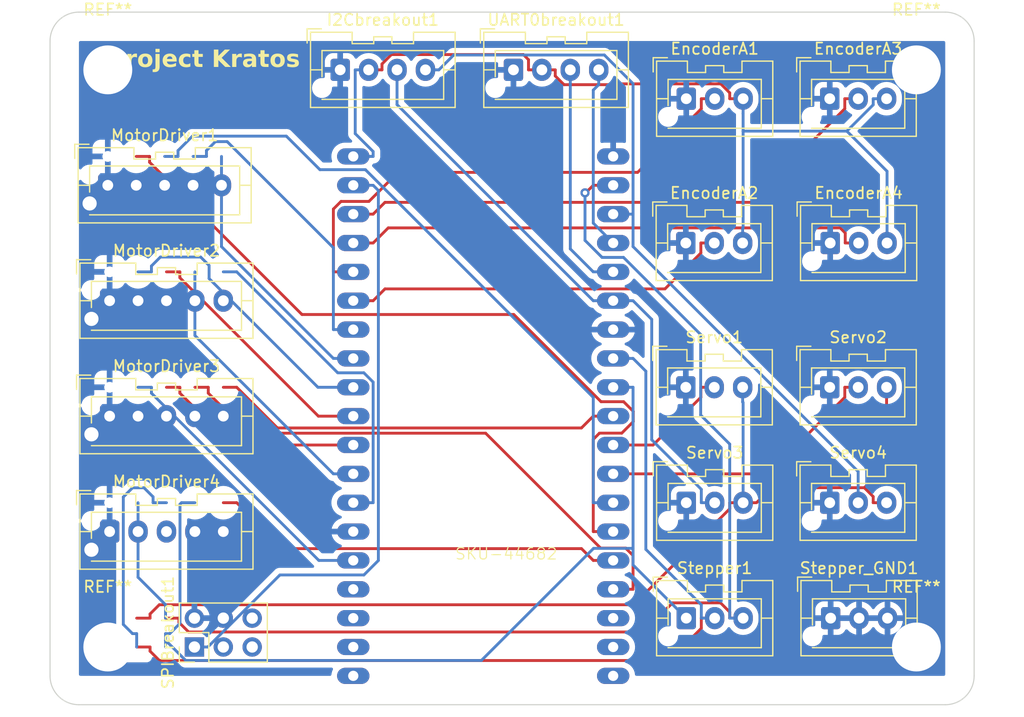
<source format=kicad_pcb>
(kicad_pcb (version 20221018) (generator pcbnew)
  (layers (0 "F.Cu" signal) (31 "B.Cu" signal) (34 "B.Paste" user) (35 "F.Paste" user) (36 "B.SilkS" user "B.Silkscreen") (37 "F.SilkS" user "F.Silkscreen") (38 "B.Mask" user) (39 "F.Mask" user) (44 "Edge.Cuts" user))
  (net 0 "")
  (net 1 "VCCQ")
  (net 2 "servo3")
  (net 3 "Net-(MotorDriver1-Pin_4)")
  (net 4 "servo4")
  (net 5 "Net-(MotorDriver1-Pin_5)")
  (net 6 "Net-(MotorDriver2-Pin_2)")
  (net 7 "Net-(MotorDriver2-Pin_3)")
  (net 8 "Net-(MotorDriver2-Pin_4)")
  (net 9 "Net-(MotorDriver2-Pin_5)")
  (net 10 "Net-(MotorDriver3-Pin_2)")
  (net 11 "m4_4")
  (net 12 "Net-(MotorDriver3-Pin_3)")
  (net 13 "Net-(MotorDriver3-Pin_4)")
  (net 15 "Net-(MotorDriver3-Pin_5)")
  (net 18 "Net-(Servo1-Pin_2)")
  (net 19 "VCC")
  (net 20 "Net-(Servo2-Pin_2)")
  (net 24 "Net-(UART0breakout1-Pin_3)")
  (net 25 "Net-(UART0breakout1-Pin_4)")
  (net 27 "GND")
  (net 28 "SPI_SCK")
  (net 29 "SPI_MISO")
  (net 30 "SPI_MOSI")
  (net 31 "SPI_RST")
  (net 32 "a_in_1")
  (net 33 "a_in_2")
  (net 34 "a_in_3")
  (net 35 "a_in_4")
  (net 36 "m1_1")
  (net 37 "m1_2")
  (footprint "Connector_JST:JST_XA_B03B-XASK-1-A_1x03_P2.50mm_Vertical" (layer "F.Cu") (at 104.18 99.06)
    (fp_text reference "Servo1" (at 2.5 -4.4) (layer "F.SilkS"))
    (fp_text value "Servo1")
    (pad "" np_thru_hole circle (at -1.6 1.6) (size 1.25 1.25) (drill 1.25) (layers "*.Cu" "*.Mask"))
    (pad "1" thru_hole roundrect (at 0 0) (size 1.7 1.95) (drill 0.95) (layers "*.Cu" "*.Mask") (roundrect_rratio 0.147059) (net 27 "GND"))
    (pad "2" thru_hole oval (at 2.5 0) (size 1.7 1.95) (drill 0.95) (layers "*.Cu" "*.Mask") (net 18 "Net-(Servo1-Pin_2)"))
    (pad "3" thru_hole oval (at 5 0) (size 1.7 1.95) (drill 0.95) (layers "*.Cu" "*.Mask") (net 19 "VCC"))
  )
  (footprint "Connector_JST:JST_XA_B03B-XASK-1-A_1x03_P2.50mm_Vertical" (layer "F.Cu") (at 104.22 73.66)
    (fp_text reference "EncoderA1" (at 2.5 -4.4) (layer "F.SilkS"))
    (fp_text value "Encoder Input 1")
    (pad "" np_thru_hole circle (at -1.6 1.6) (size 1.25 1.25) (drill 1.25) (layers "*.Cu" "*.Mask"))
    (pad "1" thru_hole roundrect (at 0 0) (size 1.7 1.95) (drill 0.95) (layers "*.Cu" "*.Mask") (roundrect_rratio 0.147059) (net 27 "GND"))
    (pad "2" thru_hole oval (at 2.5 0) (size 1.7 1.95) (drill 0.95) (layers "*.Cu" "*.Mask") (net 32 "a_in_1"))
    (pad "3" thru_hole oval (at 5 0) (size 1.7 1.95) (drill 0.95) (layers "*.Cu" "*.Mask") (net 1 "VCCQ"))
  )
  (footprint "Connector_JST:JST_XA_B03B-XASK-1-A_1x03_P2.50mm_Vertical" (layer "F.Cu") (at 104.18 86.36)
    (fp_text reference "EncoderA2" (at 2.5 -4.4) (layer "F.SilkS"))
    (fp_text value "Encoder Input 2")
    (pad "" np_thru_hole circle (at -1.6 1.6) (size 1.25 1.25) (drill 1.25) (layers "*.Cu" "*.Mask"))
    (pad "1" thru_hole roundrect (at 0 0) (size 1.7 1.95) (drill 0.95) (layers "*.Cu" "*.Mask") (roundrect_rratio 0.147059) (net 27 "GND"))
    (pad "2" thru_hole oval (at 2.5 0) (size 1.7 1.95) (drill 0.95) (layers "*.Cu" "*.Mask") (net 33 "a_in_2"))
    (pad "3" thru_hole oval (at 5 0) (size 1.7 1.95) (drill 0.95) (layers "*.Cu" "*.Mask") (net 1 "VCCQ"))
  )
  (footprint "Connector_JST:JST_XA_B03B-XASK-1-A_1x03_P2.50mm_Vertical" (layer "F.Cu") (at 104.22 119.38)
    (fp_text reference "Stepper1" (at 2.5 -4.4) (layer "F.SilkS"))
    (fp_text value "Stepper Connection")
    (pad "" np_thru_hole circle (at -1.6 1.6) (size 1.25 1.25) (drill 1.25) (layers "*.Cu" "*.Mask"))
    (pad "1" thru_hole roundrect (at 0 0) (size 1.7 1.95) (drill 0.95) (layers "*.Cu" "*.Mask") (roundrect_rratio 0.147059) (net 28 "SPI_SCK"))
    (pad "2" thru_hole oval (at 2.5 0) (size 1.7 1.95) (drill 0.95) (layers "*.Cu" "*.Mask") (net 29 "SPI_MISO"))
    (pad "3" thru_hole oval (at 5 0) (size 1.7 1.95) (drill 0.95) (layers "*.Cu" "*.Mask") (net 30 "SPI_MOSI"))
  )
  (footprint "Connector_JST:JST_XA_B03B-XASK-1-A_1x03_P2.50mm_Vertical" (layer "F.Cu") (at 116.88 86.36)
    (fp_text reference "EncoderA4" (at 2.5 -4.4) (layer "F.SilkS"))
    (fp_text value "Encoder Input 4")
    (pad "" np_thru_hole circle (at -1.6 1.6) (size 1.25 1.25) (drill 1.25) (layers "*.Cu" "*.Mask"))
    (pad "1" thru_hole roundrect (at 0 0) (size 1.7 1.95) (drill 0.95) (layers "*.Cu" "*.Mask") (roundrect_rratio 0.147059) (net 27 "GND"))
    (pad "2" thru_hole oval (at 2.5 0) (size 1.7 1.95) (drill 0.95) (layers "*.Cu" "*.Mask") (net 35 "a_in_4"))
    (pad "3" thru_hole oval (at 5 0) (size 1.7 1.95) (drill 0.95) (layers "*.Cu" "*.Mask") (net 1 "VCCQ"))
  )
  (footprint "Connector_JST:JST_XA_B03B-XASK-1-A_1x03_P2.50mm_Vertical" (layer "F.Cu") (at 116.92 119.38)
    (fp_text reference "Stepper_GND1" (at 2.5 -4.4) (layer "F.SilkS"))
    (fp_text value "Stepper Ground Pins")
    (pad "" np_thru_hole circle (at -1.6 1.6) (size 1.25 1.25) (drill 1.25) (layers "*.Cu" "*.Mask"))
    (pad "1" thru_hole roundrect (at 0 0) (size 1.7 1.95) (drill 0.95) (layers "*.Cu" "*.Mask") (roundrect_rratio 0.147059) (net 27 "GND"))
    (pad "2" thru_hole oval (at 2.5 0) (size 1.7 1.95) (drill 0.95) (layers "*.Cu" "*.Mask") (net 27 "GND"))
    (pad "3" thru_hole oval (at 5 0) (size 1.7 1.95) (drill 0.95) (layers "*.Cu" "*.Mask") (net 27 "GND"))
  )
  (footprint "Connector_PinHeader_2.54mm:PinHeader_2x03_P2.54mm_Vertical" (layer "F.Cu") (at 60.96 121.92 90)
    (fp_text reference "SPIBreakout1" (at 1.27 -2.33 90) (layer "F.SilkS"))
    (fp_text value "SPI pins breakout")
    (pad "1" thru_hole rect (at 0 0 90) (size 1.7 1.7) (drill 1) (layers "*.Cu" "*.Mask") (net 29 "SPI_MISO"))
    (pad "2" thru_hole oval (at 2.54 0 90) (size 1.7 1.7) (drill 1) (layers "*.Cu" "*.Mask") (net 19 "VCC"))
    (pad "3" thru_hole oval (at 0 2.54 90) (size 1.7 1.7) (drill 1) (layers "*.Cu" "*.Mask") (net 28 "SPI_SCK"))
    (pad "4" thru_hole oval (at 2.54 2.54 90) (size 1.7 1.7) (drill 1) (layers "*.Cu" "*.Mask") (net 30 "SPI_MOSI"))
    (pad "5" thru_hole oval (at 0 5.08 90) (size 1.7 1.7) (drill 1) (layers "*.Cu" "*.Mask") (net 31 "SPI_RST"))
    (pad "6" thru_hole oval (at 2.54 5.08 90) (size 1.7 1.7) (drill 1) (layers "*.Cu" "*.Mask") (net 27 "GND"))
  )
  (footprint "MountingHole:MountingHole_4.3mm_M4" (layer "F.Cu") (at 124.46 121.92)
    (fp_text reference "REF**" (at 0 -5.3) (layer "F.SilkS"))
    (fp_text value "MountingHole_4.3mm_M4")
    (pad "" np_thru_hole circle (at 0 0) (size 4.3 4.3) (drill 4.3) (layers "*.Cu" "*.Mask"))
  )
  (footprint "MountingHole:MountingHole_4.3mm_M4" (layer "F.Cu") (at 53.34 121.92)
    (fp_text reference "REF**" (at 0 -5.3) (layer "F.SilkS"))
    (fp_text value "MountingHole_4.3mm_M4")
    (pad "" np_thru_hole circle (at 0 0) (size 4.3 4.3) (drill 4.3) (layers "*.Cu" "*.Mask"))
  )
  (footprint "MountingHole:MountingHole_4.3mm_M4" (layer "F.Cu") (at 124.46 71.12)
    (fp_text reference "REF**" (at 0 -5.3) (layer "F.SilkS"))
    (fp_text value "MountingHole_4.3mm_M4")
    (pad "" np_thru_hole circle (at 0 0) (size 4.3 4.3) (drill 4.3) (layers "*.Cu" "*.Mask"))
  )
  (footprint "NODEMCU32S:NODEMCU32S" (layer "F.Cu") (at 86.36 100.33)
    (fp_text reference "U1" hide)
    (fp_text value "NODEMCU32S")
    (fp_text user "SKU-44682" (at -2.54 13.97 unlocked) (layer "F.SilkS") (effects (font (thickness 0.1)) (justify left bottom)))
    (pad "3V3" thru_hole oval (at -11.43 -21.59) (size 2.8448 1.4224) (drill 0.9) (layers "*.Cu" "*.Mask") (net 1 "VCCQ"))
    (pad "EN" thru_hole oval (at -11.43 -19.05) (size 2.8448 1.4224) (drill 0.9) (layers "*.Cu" "*.Mask") (net 31 "SPI_RST"))
    (pad "GND@1" thru_hole oval (at -11.43 11.43) (size 2.8448 1.4224) (drill 0.9) (layers "*.Cu" "*.Mask") (net 27 "GND"))
    (pad "GND@2" thru_hole oval (at 11.43 -21.59) (size 2.8448 1.4224) (drill 0.9) (layers "*.Cu" "*.Mask") (net 27 "GND"))
    (pad "GND@3" thru_hole oval (at 11.43 -6.35) (size 2.8448 1.4224) (drill 0.9) (layers "*.Cu" "*.Mask") (net 27 "GND"))
    (pad "GPIO0" thru_hole oval (at 11.43 11.43) (size 2.8448 1.4224) (drill 0.9) (layers "*.Cu" "*.Mask") (net 36 "m1_1"))
    (pad "GPIO2" thru_hole oval (at 11.43 13.97) (size 2.8448 1.4224) (drill 0.9) (layers "*.Cu" "*.Mask") (net 11 "m4_4"))
    (pad "GPIO4" thru_hole oval (at 11.43 8.89) (size 2.8448 1.4224) (drill 0.9) (layers "*.Cu" "*.Mask") (net 37 "m1_2"))
    (pad "GPIO5" thru_hole oval (at 11.43 1.27) (size 2.8448 1.4224) (drill 0.9) (layers "*.Cu" "*.Mask") (net 15 "Net-(MotorDriver3-Pin_5)"))
    (pad "GPIO6" thru_hole oval (at 11.43 24.13) (size 2.8448 1.4224) (drill 0.9) (layers "*.Cu" "*.Mask"))
    (pad "GPIO7" thru_hole oval (at 11.43 21.59) (size 2.8448 1.4224) (drill 0.9) (layers "*.Cu" "*.Mask"))
    (pad "GPIO8" thru_hole oval (at 11.43 19.05) (size 2.8448 1.4224) (drill 0.9) (layers "*.Cu" "*.Mask"))
    (pad "GPIO9" thru_hole oval (at -11.43 16.51) (size 2.8448 1.4224) (drill 0.9) (layers "*.Cu" "*.Mask"))
    (pad "GPIO10" thru_hole oval (at -11.43 19.05) (size 2.8448 1.4224) (drill 0.9) (layers "*.Cu" "*.Mask"))
    (pad "GPIO11" thru_hole oval (at -11.43 21.59) (size 2.8448 1.4224) (drill 0.9) (layers "*.Cu" "*.Mask"))
    (pad "GPIO12" thru_hole oval (at -11.43 8.89) (size 2.8448 1.4224) (drill 0.9) (layers "*.Cu" "*.Mask") (net 9 "Net-(MotorDriver2-Pin_5)"))
    (pad "GPIO13" thru_hole oval (at -11.43 13.97) (size 2.8448 1.4224) (drill 0.9) (layers "*.Cu" "*.Mask") (net 10 "Net-(MotorDriver3-Pin_2)"))
    (pad "GPIO14" thru_hole oval (at -11.43 6.35) (size 2.8448 1.4224) (drill 0.9) (layers "*.Cu" "*.Mask") (net 8 "Net-(MotorDriver2-Pin_4)"))
    (pad "GPIO15" thru_hole oval (at 11.43 16.51) (size 2.8448 1.4224) (drill 0.9) (layers "*.Cu" "*.Mask") (net 13 "Net-(MotorDriver3-Pin_4)"))
    (pad "GPIO16" thru_hole oval (at 11.43 6.35) (size 2.8448 1.4224) (drill 0.9) (layers "*.Cu" "*.Mask") (net 20 "Net-(Servo2-Pin_2)"))
    (pad "GPIO17" thru_hole oval (at 11.43 3.81) (size 2.8448 1.4224) (drill 0.9) (layers "*.Cu" "*.Mask") (net 18 "Net-(Servo1-Pin_2)"))
    (pad "GPIO18" thru_hole oval (at 11.43 -1.27) (size 2.8448 1.4224) (drill 0.9) (layers "*.Cu" "*.Mask") (net 28 "SPI_SCK"))
    (pad "GPIO19" thru_hole oval (at 11.43 -3.81) (size 2.8448 1.4224) (drill 0.9) (layers "*.Cu" "*.Mask") (net 29 "SPI_MISO"))
    (pad "GPIO21" thru_hole oval (at 11.43 -8.89) (size 2.8448 1.4224) (drill 0.9) (layers "*.Cu" "*.Mask") (net 2 "servo3"))
    (pad "GPIO22" thru_hole oval (at 11.43 -16.51) (size 2.8448 1.4224) (drill 0.9) (layers "*.Cu" "*.Mask") (net 4 "servo4"))
    (pad "GPIO23" thru_hole oval (at 11.43 -19.05) (size 2.8448 1.4224) (drill 0.9) (layers "*.Cu" "*.Mask") (net 30 "SPI_MOSI"))
    (pad "GPIO25" thru_hole oval (at -11.43 -1.27) (size 2.8448 1.4224) (drill 0.9) (layers "*.Cu" "*.Mask") (net 6 "Net-(MotorDriver2-Pin_2)"))
    (pad "GPIO26" thru_hole oval (at -11.43 1.27) (size 2.8448 1.4224) (drill 0.9) (layers "*.Cu" "*.Mask") (net 7 "Net-(MotorDriver2-Pin_3)"))
    (pad "GPIO27" thru_hole oval (at -11.43 3.81) (size 2.8448 1.4224) (drill 0.9) (layers "*.Cu" "*.Mask") (net 12 "Net-(MotorDriver3-Pin_3)"))
    (pad "GPIO32" thru_hole oval (at -11.43 -6.35) (size 2.8448 1.4224) (drill 0.9) (layers "*.Cu" "*.Mask") (net 3 "Net-(MotorDriver1-Pin_4)"))
    (pad "GPIO33" thru_hole oval (at -11.43 -3.81) (size 2.8448 1.4224) (drill 0.9) (layers "*.Cu" "*.Mask") (net 5 "Net-(MotorDriver1-Pin_5)"))
    (pad "GPIO34" thru_hole oval (at -11.43 -11.43) (size 2.8448 1.4224) (drill 0.9) (layers "*.Cu" "*.Mask") (net 32 "a_in_1"))
    (pad "GPIO35" thru_hole oval (at -11.43 -8.89) (size 2.8448 1.4224) (drill 0.9) (layers "*.Cu" "*.Mask") (net 33 "a_in_2"))
    (pad "GPIO36" thru_hole oval (at -11.43 -16.51) (size 2.8448 1.4224) (drill 0.9) (layers "*.Cu" "*.Mask") (net 34 "a_in_3"))
    (pad "GPIO39" thru_hole oval (at -11.43 -13.97) (size 2.8448 1.4224) (drill 0.9) (layers "*.Cu" "*.Mask") (net 35 "a_in_4"))
    (pad "RX0" thru_hole oval (at 11.43 -11.43) (size 2.8448 1.4224) (drill 0.9) (layers "*.Cu" "*.Mask") (net 24 "Net-(UART0breakout1-Pin_3)"))
    (pad "TX0" thru_hole oval (at 11.43 -13.97) (size 2.8448 1.4224) (drill 0.9) (layers "*.Cu" "*.Mask") (net 25 "Net-(UART0breakout1-Pin_4)"))
    (pad "VIN" thru_hole oval (at -11.43 24.13) (size 2.8448 1.4224) (drill 0.9) (layers "*.Cu" "*.Mask"))
  )
  (footprint "Connector_JST:JST_XA_B03B-XASK-1-A_1x03_P2.50mm_Vertical" (layer "F.Cu") (at 116.84 99.06)
    (fp_text reference "Servo2" (at 2.5 -4.4) (layer "F.SilkS"))
    (fp_text value "Servo2")
    (pad "" np_thru_hole circle (at -1.6 1.6) (size 1.25 1.25) (drill 1.25) (layers "*.Cu" "*.Mask"))
    (pad "1" thru_hole roundrect (at 0 0) (size 1.7 1.95) (drill 0.95) (layers "*.Cu" "*.Mask") (roundrect_rratio 0.147059) (net 27 "GND"))
    (pad "2" thru_hole oval (at 2.5 0) (size 1.7 1.95) (drill 0.95) (layers "*.Cu" "*.Mask") (net 20 "Net-(Servo2-Pin_2)"))
    (pad "3" thru_hole oval (at 5 0) (size 1.7 1.95) (drill 0.95) (layers "*.Cu" "*.Mask") (net 19 "VCC"))
  )
  (footprint "Connector_JST:JST_XA_B04B-XASK-1-A_1x04_P2.50mm_Vertical" (layer "F.Cu") (at 89.02 71.12)
    (fp_text reference "UART0breakout1" (at 3.75 -4.4) (layer "F.SilkS"))
    (fp_text value "rx0 tx0 ")
    (pad "" np_thru_hole circle (at -1.6 1.6) (size 1.25 1.25) (drill 1.25) (layers "*.Cu" "*.Mask"))
    (pad "1" thru_hole roundrect (at 0 0) (size 1.7 1.95) (drill 0.95) (layers "*.Cu" "*.Mask") (roundrect_rratio 0.147059) (net 27 "GND"))
    (pad "2" thru_hole oval (at 2.5 0) (size 1.7 1.95) (drill 0.95) (layers "*.Cu" "*.Mask") (net 1 "VCCQ"))
    (pad "3" thru_hole oval (at 5 0) (size 1.7 1.95) (drill 0.95) (layers "*.Cu" "*.Mask") (net 24 "Net-(UART0breakout1-Pin_3)"))
    (pad "4" thru_hole oval (at 7.5 0) (size 1.7 1.95) (drill 0.95) (layers "*.Cu" "*.Mask") (net 25 "Net-(UART0breakout1-Pin_4)"))
  )
  (footprint "Connector_JST:JST_XA_B05B-XASK-1-A_1x05_P2.50mm_Vertical" (layer "F.Cu") (at 53.34 81.28)
    (fp_text reference "MotorDriver1" (at 5 -4.4) (layer "F.SilkS"))
    (fp_text value "Motor Driver - 1")
    (pad "" np_thru_hole circle (at -1.6 1.6) (size 1.25 1.25) (drill 1.25) (layers "*.Cu" "*.Mask"))
    (pad "1" thru_hole roundrect (at 0 0) (size 1.7 1.95) (drill 0.95) (layers "*.Cu" "*.Mask") (roundrect_rratio 0.147059) (net 27 "GND"))
    (pad "2" thru_hole oval (at 2.5 0) (size 1.7 1.95) (drill 0.95) (layers "*.Cu" "*.Mask") (net 36 "m1_1"))
    (pad "3" thru_hole oval (at 5 0) (size 1.7 1.95) (drill 0.95) (layers "*.Cu" "*.Mask") (net 37 "m1_2"))
    (pad "4" thru_hole oval (at 7.5 0) (size 1.7 1.95) (drill 0.95) (layers "*.Cu" "*.Mask") (net 3 "Net-(MotorDriver1-Pin_4)"))
    (pad "5" thru_hole oval (at 10 0) (size 1.7 1.95) (drill 0.95) (layers "*.Cu" "*.Mask") (net 5 "Net-(MotorDriver1-Pin_5)"))
  )
  (footprint "Connector_JST:JST_XA_B03B-XASK-1-A_1x03_P2.50mm_Vertical" (layer "F.Cu") (at 116.84 73.66)
    (fp_text reference "EncoderA3" (at 2.5 -4.4) (layer "F.SilkS"))
    (fp_text value "Encoder Input 3")
    (pad "" np_thru_hole circle (at -1.6 1.6) (size 1.25 1.25) (drill 1.25) (layers "*.Cu" "*.Mask"))
    (pad "1" thru_hole roundrect (at 0 0) (size 1.7 1.95) (drill 0.95) (layers "*.Cu" "*.Mask") (roundrect_rratio 0.147059) (net 27 "GND"))
    (pad "2" thru_hole oval (at 2.5 0) (size 1.7 1.95) (drill 0.95) (layers "*.Cu" "*.Mask") (net 34 "a_in_3"))
    (pad "3" thru_hole oval (at 5 0) (size 1.7 1.95) (drill 0.95) (layers "*.Cu" "*.Mask") (net 1 "VCCQ"))
  )
  (footprint "Connector_JST:JST_XA_B03B-XASK-1-A_1x03_P2.50mm_Vertical" (layer "F.Cu") (at 104.22 109.22)
    (fp_text reference "Servo3" (at 2.5 -4.4) (layer "F.SilkS"))
    (fp_text value "Servo3")
    (pad "" np_thru_hole circle (at -1.6 1.6) (size 1.25 1.25) (drill 1.25) (layers "*.Cu" "*.Mask"))
    (pad "1" thru_hole roundrect (at 0 0) (size 1.7 1.95) (drill 0.95) (layers "*.Cu" "*.Mask") (roundrect_rratio 0.147059) (net 27 "GND"))
    (pad "2" thru_hole oval (at 2.5 0) (size 1.7 1.95) (drill 0.95) (layers "*.Cu" "*.Mask") (net 2 "servo3"))
    (pad "3" thru_hole oval (at 5 0) (size 1.7 1.95) (drill 0.95) (layers "*.Cu" "*.Mask") (net 19 "VCC"))
  )
  (footprint "MountingHole:MountingHole_4.3mm_M4" (layer "F.Cu") (at 53.34 71.12)
    (fp_text reference "REF**" (at 0 -5.3) (layer "F.SilkS"))
    (fp_text value "MountingHole_4.3mm_M4")
    (pad "" np_thru_hole circle (at 0 0) (size 4.3 4.3) (drill 4.3) (layers "*.Cu" "*.Mask"))
  )
  (footprint "Connector_JST:JST_XA_B05B-XASK-1-A_1x05_P2.50mm_Vertical" (layer "F.Cu") (at 53.5 91.44)
    (fp_text reference "MotorDriver2" (at 5 -4.4) (layer "F.SilkS"))
    (fp_text value "Motor Driver - 2")
    (pad "" np_thru_hole circle (at -1.6 1.6) (size 1.25 1.25) (drill 1.25) (layers "*.Cu" "*.Mask"))
    (pad "1" thru_hole roundrect (at 0 0) (size 1.7 1.95) (drill 0.95) (layers "*.Cu" "*.Mask") (roundrect_rratio 0.147059) (net 27 "GND"))
    (pad "2" thru_hole oval (at 2.5 0) (size 1.7 1.95) (drill 0.95) (layers "*.Cu" "*.Mask") (net 6 "Net-(MotorDriver2-Pin_2)"))
    (pad "3" thru_hole oval (at 5 0) (size 1.7 1.95) (drill 0.95) (layers "*.Cu" "*.Mask") (net 7 "Net-(MotorDriver2-Pin_3)"))
    (pad "4" thru_hole oval (at 7.5 0) (size 1.7 1.95) (drill 0.95) (layers "*.Cu" "*.Mask") (net 8 "Net-(MotorDriver2-Pin_4)"))
    (pad "5" thru_hole oval (at 10 0) (size 1.7 1.95) (drill 0.95) (layers "*.Cu" "*.Mask") (net 9 "Net-(MotorDriver2-Pin_5)"))
  )
  (footprint "Connector_JST:JST_XA_B04B-XASK-1-A_1x04_P2.50mm_Vertical" (layer "F.Cu") (at 73.78 71.12)
    (fp_text reference "I2Cbreakout1" (at 3.75 -4.4) (layer "F.SilkS"))
    (fp_text value "i2c communication - almost any pincan be used")
    (pad "" np_thru_hole circle (at -1.6 1.6) (size 1.25 1.25) (drill 1.25) (layers "*.Cu" "*.Mask"))
    (pad "1" thru_hole roundrect (at 0 0) (size 1.7 1.95) (drill 0.95) (layers "*.Cu" "*.Mask") (roundrect_rratio 0.147059) (net 27 "GND"))
    (pad "2" thru_hole oval (at 2.5 0) (size 1.7 1.95) (drill 0.95) (layers "*.Cu" "*.Mask") (net 1 "VCCQ"))
    (pad "3" thru_hole oval (at 5 0) (size 1.7 1.95) (drill 0.95) (layers "*.Cu" "*.Mask") (net 2 "servo3"))
    (pad "4" thru_hole oval (at 7.5 0) (size 1.7 1.95) (drill 0.95) (layers "*.Cu" "*.Mask") (net 4 "servo4"))
  )
  (footprint "Connector_JST:JST_XA_B03B-XASK-1-A_1x03_P2.50mm_Vertical" (layer "F.Cu") (at 116.84 109.22)
    (fp_text reference "Servo4" (at 2.5 -4.4) (layer "F.SilkS"))
    (fp_text value "Servo4")
    (pad "" np_thru_hole circle (at -1.6 1.6) (size 1.25 1.25) (drill 1.25) (layers "*.Cu" "*.Mask"))
    (pad "1" thru_hole roundrect (at 0 0) (size 1.7 1.95) (drill 0.95) (layers "*.Cu" "*.Mask") (roundrect_rratio 0.147059) (net 27 "GND"))
    (pad "2" thru_hole oval (at 2.5 0) (size 1.7 1.95) (drill 0.95) (layers "*.Cu" "*.Mask") (net 4 "servo4"))
    (pad "3" thru_hole oval (at 5 0) (size 1.7 1.95) (drill 0.95) (layers "*.Cu" "*.Mask") (net 19 "VCC"))
  )
  (footprint "Connector_JST:JST_XA_B05B-XASK-1-A_1x05_P2.50mm_Vertical" (layer "F.Cu") (at 53.5 111.76)
    (fp_text reference "MotorDriver4" (at 5 -4.4) (layer "F.SilkS"))
    (fp_text value "Motor Driver - 4")
    (pad "" np_thru_hole circle (at -1.6 1.6) (size 1.25 1.25) (drill 1.25) (layers "*.Cu" "*.Mask"))
    (pad "1" thru_hole roundrect (at 0 0) (size 1.7 1.95) (drill 0.95) (layers "*.Cu" "*.Mask") (roundrect_rratio 0.147059) (net 27 "GND"))
    (pad "2" thru_hole oval (at 2.5 0) (size 1.7 1.95) (drill 0.95) (layers "*.Cu" "*.Mask") (net 30 "SPI_MOSI"))
    (pad "3" thru_hole oval (at 5 0) (size 1.7 1.95) (drill 0.95) (layers "*.Cu" "*.Mask") (net 29 "SPI_MISO"))
    (pad "4" thru_hole oval (at 7.5 0) (size 1.7 1.95) (drill 0.95) (layers "*.Cu" "*.Mask") (net 28 "SPI_SCK"))
    (pad "5" thru_hole oval (at 10 0) (size 1.7 1.95) (drill 0.95) (layers "*.Cu" "*.Mask") (net 11 "m4_4"))
  )
  (footprint "Connector_JST:JST_XA_B05B-XASK-1-A_1x05_P2.50mm_Vertical" (layer "F.Cu") (at 53.5 101.6)
    (fp_text reference "MotorDriver3" (at 5 -4.4) (layer "F.SilkS"))
    (fp_text value "Motor Driver - 3")
    (pad "" np_thru_hole circle (at -1.6 1.6) (size 1.25 1.25) (drill 1.25) (layers "*.Cu" "*.Mask"))
    (pad "1" thru_hole roundrect (at 0 0) (size 1.7 1.95) (drill 0.95) (layers "*.Cu" "*.Mask") (roundrect_rratio 0.147059) (net 27 "GND"))
    (pad "2" thru_hole oval (at 2.5 0) (size 1.7 1.95) (drill 0.95) (layers "*.Cu" "*.Mask") (net 10 "Net-(MotorDriver3-Pin_2)"))
    (pad "3" thru_hole oval (at 5 0) (size 1.7 1.95) (drill 0.95) (layers "*.Cu" "*.Mask") (net 12 "Net-(MotorDriver3-Pin_3)"))
    (pad "4" thru_hole oval (at 7.5 0) (size 1.7 1.95) (drill 0.95) (layers "*.Cu" "*.Mask") (net 13 "Net-(MotorDriver3-Pin_4)"))
    (pad "5" thru_hole oval (at 10 0) (size 1.7 1.95) (drill 0.95) (layers "*.Cu" "*.Mask") (net 15 "Net-(MotorDriver3-Pin_5)"))
  )
  (gr_arc (start 127 66.04) (mid 128.796051 66.783949) (end 129.54 68.58) (stroke (width 0.1)) (layer "Edge.Cuts"))
  (gr_line (start 48.26 124.46) (end 48.26 68.58) (stroke (width 0.1)) (layer "Edge.Cuts"))
  (gr_arc (start 48.26 68.58) (mid 49.003949 66.783949) (end 50.8 66.04) (stroke (width 0.1)) (layer "Edge.Cuts"))
  (gr_line locked (start 50.8 66.04) (end 127 66.04) (stroke (width 0.1)) (layer "Edge.Cuts"))
  (gr_arc (start 129.54 124.46) (mid 128.796051 126.256051) (end 127 127) (stroke (width 0.1)) (layer "Edge.Cuts"))
  (gr_arc (start 50.8 127) (mid 49.003949 126.256051) (end 48.26 124.46) (stroke (width 0.1)) (layer "Edge.Cuts"))
  (gr_line locked (start 129.54 68.58) (end 129.54 124.46) (stroke (width 0.1)) (layer "Edge.Cuts"))
  (gr_line locked (start 127 127) (end 50.8 127) (stroke (width 0.1)) (layer "Edge.Cuts"))
  (gr_text "Project Kratos" (at 53.34 71.12) (layer "F.SilkS") (effects (font (size 1.5 1.5) (thickness 0.3) bold) (justify left bottom)))
  (segment (start 76.28 71.12) (end 77.4569 71.12) (width 0.25) (layer "F.Cu") (net 1))
  (segment (start 107.2516 72.3536) (end 98.6181 72.3536) (width 0.25) (layer "F.Cu") (net 1))
  (segment (start 77.4569 70.6051) (end 78.2875 69.7745) (width 0.25) (layer "F.Cu") (net 1))
  (segment (start 108.0431 73.1451) (end 107.2516 72.3536) (width 0.25) (layer "F.Cu") (net 1))
  (segment (start 108.0431 73.66) (end 108.0431 73.1451) (width 0.25) (layer "F.Cu") (net 1))
  (segment (start 77.4569 71.12) (end 77.4569 70.6051) (width 0.25) (layer "F.Cu") (net 1))
  (segment (start 98.5468 72.4249) (end 93.4657 72.4249) (width 0.25) (layer "F.Cu") (net 1))
  (segment (start 78.2875 69.7745) (end 89.8924 69.7745) (width 0.25) (layer "F.Cu") (net 1))
  (segment (start 91.52 71.12) (end 92.6969 71.12) (width 0.25) (layer "F.Cu") (net 1))
  (segment (start 109.22 73.66) (end 108.0431 73.66) (width 0.25) (layer "F.Cu") (net 1))
  (segment (start 98.6181 72.3536) (end 98.5468 72.4249) (width 0.25) (layer "F.Cu") (net 1))
  (segment (start 92.6969 71.6561) (end 92.6969 71.12) (width 0.25) (layer "F.Cu") (net 1))
  (segment (start 91.52 71.12) (end 90.3431 71.12) (width 0.25) (layer "F.Cu") (net 1))
  (segment (start 93.4657 72.4249) (end 92.6969 71.6561) (width 0.25) (layer "F.Cu") (net 1))
  (segment (start 90.3431 70.2252) (end 90.3431 71.12) (width 0.25) (layer "F.Cu") (net 1))
  (segment (start 89.8924 69.7745) (end 90.3431 70.2252) (width 0.25) (layer "F.Cu") (net 1))
  (segment (start 76.28 71.12) (end 75.1031 71.12) (width 0.25) (layer "B.Cu") (net 1))
  (segment (start 75.1031 71.12) (end 75.1031 76.7338) (width 0.25) (layer "B.Cu") (net 1))
  (segment (start 121.84 73.66) (end 120.6631 73.66) (width 0.25) (layer "B.Cu") (net 1))
  (segment (start 76.6793 78.31) (end 76.6793 78.74) (width 0.25) (layer "B.Cu") (net 1))
  (segment (start 109.22 85.0181) (end 109.18 85.0581) (width 0.25) (layer "B.Cu") (net 1))
  (segment (start 118.3453 76.5139) (end 120.6631 74.1961) (width 0.25) (layer "B.Cu") (net 1))
  (segment (start 75.1031 76.7338) (end 76.6793 78.31) (width 0.25) (layer "B.Cu") (net 1))
  (segment (start 109.22 74.9619) (end 109.22 76.5139) (width 0.25) (layer "B.Cu") (net 1))
  (segment (start 109.22 76.5139) (end 118.3453 76.5139) (width 0.25) (layer "B.Cu") (net 1))
  (segment (start 109.18 86.36) (end 109.18 85.0581) (width 0.25) (layer "B.Cu") (net 1))
  (segment (start 109.22 76.5139) (end 109.22 85.0181) (width 0.25) (layer "B.Cu") (net 1))
  (segment (start 121.88 80.0486) (end 121.88 86.36) (width 0.25) (layer "B.Cu") (net 1))
  (segment (start 109.22 73.66) (end 109.22 74.9619) (width 0.25) (layer "B.Cu") (net 1))
  (segment (start 120.6631 74.1961) (end 120.6631 73.66) (width 0.25) (layer "B.Cu") (net 1))
  (segment (start 118.3453 76.5139) (end 121.88 80.0486) (width 0.25) (layer "B.Cu") (net 1))
  (segment (start 74.93 78.74) (end 76.6793 78.74) (width 0.25) (layer "B.Cu") (net 1))
  (segment (start 99.5393 91.44) (end 101.1825 93.0832) (width 0.25) (layer "B.Cu") (net 2))
  (segment (start 78.78 71.12) (end 78.78 74.1793) (width 0.25) (layer "B.Cu") (net 2))
  (segment (start 101.1825 103.6825) (end 105.5431 108.0431) (width 0.25) (layer "B.Cu") (net 2))
  (segment (start 105.5431 108.0431) (end 105.5431 109.22) (width 0.25) (layer "B.Cu") (net 2))
  (segment (start 97.79 91.44) (end 99.5393 91.44) (width 0.25) (layer "B.Cu") (net 2))
  (segment (start 97.79 91.44) (end 96.0407 91.44) (width 0.25) (layer "B.Cu") (net 2))
  (segment (start 78.78 74.1793) (end 96.0407 91.44) (width 0.25) (layer "B.Cu") (net 2))
  (segment (start 106.72 109.22) (end 105.5431 109.22) (width 0.25) (layer "B.Cu") (net 2))
  (segment (start 101.1825 93.0832) (end 101.1825 103.6825) (width 0.25) (layer "B.Cu") (net 2))
  (segment (start 60.84 78.74) (end 62.0169 78.74) (width 0.25) (layer "B.Cu") (net 3))
  (segment (start 62.0169 78.2251) (end 62.8055 77.4365) (width 0.25) (layer "B.Cu") (net 3))
  (segment (start 73.1807 86.7789) (end 73.1807 93.98) (width 0.25) (layer "B.Cu") (net 3))
  (segment (start 62.0169 78.74) (end 62.0169 78.2251) (width 0.25) (layer "B.Cu") (net 3))
  (segment (start 62.8055 77.4365) (end 63.8383 77.4365) (width 0.25) (layer "B.Cu") (net 3))
  (segment (start 74.93 93.98) (end 73.1807 93.98) (width 0.25) (layer "B.Cu") (net 3))
  (segment (start 63.8383 77.4365) (end 73.1807 86.7789) (width 0.25) (layer "B.Cu") (net 3))
  (segment (start 99.5393 83.82) (end 99.5393 86.6767) (width 0.25) (layer "B.Cu") (net 4))
  (segment (start 81.28 71.12) (end 82.4569 71.12) (width 0.25) (layer "B.Cu") (net 4))
  (segment (start 82.4569 71.12) (end 83.7625 69.8144) (width 0.25) (layer "B.Cu") (net 4))
  (segment (start 119.34 106.4774) (end 119.34 109.22) (width 0.25) (layer "B.Cu") (net 4))
  (segment (start 99.5393 86.6767) (end 119.34 106.4774) (width 0.25) (layer "B.Cu") (net 4))
  (segment (start 97.79 83.82) (end 99.5393 83.82) (width 0.25) (layer "B.Cu") (net 4))
  (segment (start 97.0174 69.8144) (end 99.5393 72.3363) (width 0.25) (layer "B.Cu") (net 4))
  (segment (start 83.7625 69.8144) (end 97.0174 69.8144) (width 0.25) (layer "B.Cu") (net 4))
  (segment (start 99.5393 72.3363) (end 99.5393 83.82) (width 0.25) (layer "B.Cu") (net 4))
  (segment (start 74.93 96.52) (end 73.1807 96.52) (width 0.25) (layer "B.Cu") (net 5))
  (segment (start 63.34 86.6793) (end 73.1807 96.52) (width 0.25) (layer "B.Cu") (net 5))
  (segment (start 63.34 78.74) (end 63.34 86.6793) (width 0.25) (layer "B.Cu") (net 5))
  (segment (start 62.25 89.4901) (end 71.8199 99.06) (width 0.25) (layer "B.Cu") (net 6))
  (segment (start 61.5048 87.596) (end 62.25 88.3412) (width 0.25) (layer "B.Cu") (net 6))
  (segment (start 56 88.9) (end 57.1769 88.9) (width 0.25) (layer "B.Cu") (net 6))
  (segment (start 62.25 88.3412) (end 62.25 89.4901) (width 0.25) (layer "B.Cu") (net 6))
  (segment (start 57.1769 88.3851) (end 57.966 87.596) (width 0.25) (layer "B.Cu") (net 6))
  (segment (start 57.1769 88.9) (end 57.1769 88.3851) (width 0.25) (layer "B.Cu") (net 6))
  (segment (start 57.966 87.596) (end 61.5048 87.596) (width 0.25) (layer "B.Cu") (net 6))
  (segment (start 71.8199 99.06) (end 74.93 99.06) (width 0.25) (layer "B.Cu") (net 6))
  (segment (start 71.862 101.6) (end 74.93 101.6) (width 0.25) (layer "F.Cu") (net 7))
  (segment (start 58.5 88.9) (end 59.6769 88.9) (width 0.25) (layer "F.Cu") (net 7))
  (segment (start 59.6769 88.9) (end 59.6769 89.4149) (width 0.25) (layer "F.Cu") (net 7))
  (segment (start 59.6769 89.4149) (end 71.862 101.6) (width 0.25) (layer "F.Cu") (net 7))
  (segment (start 61 88.9) (end 61 94.4993) (width 0.25) (layer "B.Cu") (net 8))
  (segment (start 74.93 106.68) (end 73.1807 106.68) (width 0.25) (layer "B.Cu") (net 8))
  (segment (start 61 94.4993) (end 73.1807 106.68) (width 0.25) (layer "B.Cu") (net 8))
  (segment (start 76.6793 98.604) (end 75.8638 97.7885) (width 0.25) (layer "B.Cu") (net 9))
  (segment (start 75.8638 97.7885) (end 73.5654 97.7885) (width 0.25) (layer "B.Cu") (net 9))
  (segment (start 74.93 109.22) (end 76.6793 109.22) (width 0.25) (layer "B.Cu") (net 9))
  (segment (start 76.6793 109.22) (end 76.6793 98.604) (width 0.25) (layer "B.Cu") (net 9))
  (segment (start 73.5654 97.7885) (end 64.6769 88.9) (width 0.25) (layer "B.Cu") (net 9))
  (segment (start 63.5 88.9) (end 64.6769 88.9) (width 0.25) (layer "B.Cu") (net 9))
  (segment (start 71.902 114.3) (end 74.93 114.3) (width 0.25) (layer "B.Cu") (net 10))
  (segment (start 57.1769 99.5749) (end 71.902 114.3) (width 0.25) (layer "B.Cu") (net 10))
  (segment (start 57.1769 99.06) (end 57.1769 99.5749) (width 0.25) (layer "B.Cu") (net 10))
  (segment (start 56 99.06) (end 57.1769 99.06) (width 0.25) (layer "B.Cu") (net 10))
  (segment (start 63.5 109.22) (end 64.6769 109.22) (width 0.25) (layer "F.Cu") (net 11))
  (segment (start 64.6769 109.22) (end 68.7188 113.2619) (width 0.25) (layer "F.Cu") (net 11))
  (segment (start 97.79 114.3) (end 96.0407 114.3) (width 0.25) (layer "F.Cu") (net 11))
  (segment (start 95.0026 113.2619) (end 96.0407 114.3) (width 0.25) (layer "F.Cu") (net 11))
  (segment (start 68.7188 113.2619) (end 95.0026 113.2619) (width 0.25) (layer "F.Cu") (net 11))
  (segment (start 64.242 104.14) (end 74.93 104.14) (width 0.25) (layer "F.Cu") (net 12))
  (segment (start 59.6769 99.06) (end 59.6769 99.5749) (width 0.25) (layer "F.Cu") (net 12))
  (segment (start 59.6769 99.5749) (end 64.242 104.14) (width 0.25) (layer "F.Cu") (net 12))
  (segment (start 58.5 99.06) (end 59.6769 99.06) (width 0.25) (layer "F.Cu") (net 12))
  (segment (start 97.79 116.84) (end 99.5393 116.84) (width 0.25) (layer "F.Cu") (net 13))
  (segment (start 65.7024 103.1004) (end 86.5713 103.1004) (width 0.25) (layer "F.Cu") (net 13))
  (segment (start 62.1769 99.06) (end 62.1769 99.5749) (width 0.25) (layer "F.Cu") (net 13))
  (segment (start 61 99.06) (end 62.1769 99.06) (width 0.25) (layer "F.Cu") (net 13))
  (segment (start 62.1769 99.5749) (end 65.7024 103.1004) (width 0.25) (layer "F.Cu") (net 13))
  (segment (start 96.6865 113.2156) (end 98.8885 113.2156) (width 0.25) (layer "F.Cu") (net 13))
  (segment (start 99.5393 113.8664) (end 99.5393 116.84) (width 0.25) (layer "F.Cu") (net 13))
  (segment (start 98.8885 113.2156) (end 99.5393 113.8664) (width 0.25) (layer "F.Cu") (net 13))
  (segment (start 86.5713 103.1004) (end 96.6865 113.2156) (width 0.25) (layer "F.Cu") (net 13))
  (segment (start 64.6769 99.06) (end 68.2583 102.6414) (width 0.25) (layer "F.Cu") (net 15))
  (segment (start 97.79 101.6) (end 96.0407 101.6) (width 0.25) (layer "F.Cu") (net 15))
  (segment (start 68.2583 102.6414) (end 94.9993 102.6414) (width 0.25) (layer "F.Cu") (net 15))
  (segment (start 94.9993 102.6414) (end 96.0407 101.6) (width 0.25) (layer "F.Cu") (net 15))
  (segment (start 63.5 99.06) (end 64.6769 99.06) (width 0.25) (layer "F.Cu") (net 15))
  (segment (start 101.3058 104.14) (end 97.79 104.14) (width 0.25) (layer "F.Cu") (net 18))
  (segment (start 106.68 99.06) (end 105.5031 99.06) (width 0.25) (layer "F.Cu") (net 18))
  (segment (start 105.5031 99.9427) (end 101.3058 104.14) (width 0.25) (layer "F.Cu") (net 18))
  (segment (start 105.5031 99.06) (end 105.5031 99.9427) (width 0.25) (layer "F.Cu") (net 18))
  (segment (start 121.84 105.9406) (end 121.84 99.06) (width 0.25) (layer "F.Cu") (net 19))
  (segment (start 109.2121 109.22) (end 108.0431 109.22) (width 0.25) (layer "F.Cu") (net 19))
  (segment (start 57.8659 118.2031) (end 99.5961 118.2031) (width 0.25) (layer "F.Cu") (net 19))
  (segment (start 111.7162 107.9007) (end 119.8799 107.9007) (width 0.25) (layer "F.Cu") (net 19))
  (segment (start 108.0431 109.7561) (end 108.0431 109.22) (width 0.25) (layer "F.Cu") (net 19))
  (segment (start 57.0569 119.0121) (end 57.8659 118.2031) (width 0.25) (layer "F.Cu") (net 19))
  (segment (start 55.88 119.38) (end 57.0569 119.38) (width 0.25) (layer "F.Cu") (net 19))
  (segment (start 109.22 109.22) (end 110.3969 109.22) (width 0.25) (layer "F.Cu") (net 19))
  (segment (start 99.5961 118.2031) (end 108.0431 109.7561) (width 0.25) (layer "F.Cu") (net 19))
  (segment (start 119.8799 107.9007) (end 120.6631 108.6839) (width 0.25) (layer "F.Cu") (net 19))
  (segment (start 119.8799 107.9007) (end 121.84 105.9406) (width 0.25) (layer "F.Cu") (net 19))
  (segment (start 121.84 109.22) (end 120.6631 109.22) (width 0.25) (layer "F.Cu") (net 19))
  (segment (start 57.0569 119.38) (end 57.0569 119.0121) (width 0.25) (layer "F.Cu") (net 19))
  (segment (start 109.2121 109.22) (end 109.22 109.22) (width 0.25) (layer "F.Cu") (net 19))
  (segment (start 110.3969 109.22) (end 111.7162 107.9007) (width 0.25) (layer "F.Cu") (net 19))
  (segment (start 120.6631 108.6839) (end 120.6631 109.22) (width 0.25) (layer "F.Cu") (net 19))
  (segment (start 109.18 100.3619) (end 109.22 100.4019) (width 0.25) (layer "B.Cu") (net 19))
  (segment (start 109.22 100.4019) (end 109.22 109.22) (width 0.25) (layer "B.Cu") (net 19))
  (segment (start 109.18 99.06) (end 109.18 100.3619) (width 0.25) (layer "B.Cu") (net 19))
  (segment (start 118.1631 99.9427) (end 111.4258 106.68) (width 0.25) (layer "F.Cu") (net 20))
  (segment (start 111.4258 106.68) (end 97.79 106.68) (width 0.25) (layer "F.Cu") (net 20))
  (segment (start 118.1631 99.06) (end 118.1631 99.9427) (width 0.25) (layer "F.Cu") (net 20))
  (segment (start 119.34 99.06) (end 118.1631 99.06) (width 0.25) (layer "F.Cu") (net 20))
  (segment (start 94.02 86.8793) (end 96.0407 88.9) (width 0.25) (layer "B.Cu") (net 24))
  (segment (start 97.79 88.9) (end 96.0407 88.9) (width 0.25) (layer "B.Cu") (net 24))
  (segment (start 94.02 72.4219) (end 94.02 86.8793) (width 0.25) (layer "B.Cu") (net 24))
  (segment (start 94.02 71.12) (end 94.02 72.4219) (width 0.25) (layer "B.Cu") (net 24))
  (segment (start 96.52 71.12) (end 96.52 72.4219) (width 0.25) (layer "B.Cu") (net 25))
  (segment (start 97.79 86.36) (end 96.0407 84.6107) (width 0.25) (layer "B.Cu") (net 25))
  (segment (start 96.0407 72.9012) (end 96.52 72.4219) (width 0.25) (layer "B.Cu") (net 25))
  (segment (start 96.0407 84.6107) (end 96.0407 72.9012) (width 0.25) (layer "B.Cu") (net 25))
  (segment (start 61 109.22) (end 59.8231 109.22) (width 0.25) (layer "B.Cu") (net 28))
  (segment (start 96.0656 113.2387) (end 99.5393 113.2387) (width 0.25) (layer "B.Cu") (net 28))
  (segment (start 58.42 121.92) (end 58.42 121.3315) (width 0.25) (layer "B.Cu") (net 28))
  (segment (start 99.5393 113.2387) (end 99.5393 99.06) (width 0.25) (layer "B.Cu") (net 28))
  (segment (start 59.69 109.3531) (end 59.69 119.8389) (width 0.25) (layer "B.Cu") (net 28))
  (segment (start 104.22 119.38) (end 99.5393 114.6993) (width 0.25) (layer "B.Cu") (net 28))
  (segment (start 58.42 121.3315) (end 60.1954 123.1069) (width 0.25) (layer "B.Cu") (net 28))
  (segment (start 97.79 99.06) (end 99.5393 99.06) (width 0.25) (layer "B.Cu") (net 28))
  (segment (start 86.1974 123.1069) (end 96.0656 113.2387) (width 0.25) (layer "B.Cu") (net 28))
  (segment (start 99.5393 114.6993) (end 99.5393 113.2387) (width 0.25) (layer "B.Cu") (net 28))
  (segment (start 59.69 119.8389) (end 58.7858 120.7431) (width 0.25) (layer "B.Cu") (net 28))
  (segment (start 60.1954 123.1069) (end 86.1974 123.1069) (width 0.25) (layer "B.Cu") (net 28))
  (segment (start 58.42 121.3315) (end 58.42 120.7431) (width 0.25) (layer "B.Cu") (net 28))
  (segment (start 58.7858 120.7431) (end 58.42 120.7431) (width 0.25) (layer "B.Cu") (net 28))
  (segment (start 59.8231 109.22) (end 59.69 109.3531) (width 0.25) (layer "B.Cu") (net 28))
  (segment (start 55.88 121.92) (end 57.0569 121.92) (width 0.25) (layer "F.Cu") (net 29))
  (segment (start 57.0569 122.2878) (end 57.8791 123.11) (width 0.25) (layer "F.Cu") (net 29))
  (segment (start 57.8791 123.11) (end 102.7079 123.11) (width 0.25) (layer "F.Cu") (net 29))
  (segment (start 106.72 119.38) (end 105.5431 119.38) (width 0.25) (layer "F.Cu") (net 29))
  (segment (start 57.0569 121.92) (end 57.0569 122.2878) (width 0.25) (layer "F.Cu") (net 29))
  (segment (start 102.7079 123.11) (end 105.5431 120.2748) (width 0.25) (layer "F.Cu") (net 29))
  (segment (start 105.5431 120.2748) (end 105.5431 119.38) (width 0.25) (layer "F.Cu") (net 29))
  (segment (start 57.3231 108.7051) (end 56.5268 107.9088) (width 0.25) (layer "B.Cu") (net 29))
  (segment (start 55.5121 120.7431) (end 55.88 120.7431) (width 0.25) (layer "B.Cu") (net 29))
  (segment (start 97.79 96.52) (end 99.5393 96.52) (width 0.25) (layer "B.Cu") (net 29))
  (segment (start 100.6651 113.3251) (end 105.5431 118.2031) (width 0.25) (layer "B.Cu") (net 29))
  (segment (start 105.5431 118.2031) (end 105.5431 119.38) (width 0.25) (layer "B.Cu") (net 29))
  (segment (start 56.5268 107.9088) (end 55.514 107.9088) (width 0.25) (layer "B.Cu") (net 29))
  (segment (start 54.7031 108.7197) (end 54.7031 119.9341) (width 0.25) (layer "B.Cu") (net 29))
  (segment (start 106.72 119.38) (end 105.5431 119.38) (width 0.25) (layer "B.Cu") (net 29))
  (segment (start 57.3231 109.22) (end 57.3231 108.7051) (width 0.25) (layer "B.Cu") (net 29))
  (segment (start 58.5 109.22) (end 57.3231 109.22) (width 0.25) (layer "B.Cu") (net 29))
  (segment (start 54.7031 119.9341) (end 55.5121 120.7431) (width 0.25) (layer "B.Cu") (net 29))
  (segment (start 55.88 121.92) (end 55.88 120.7431) (width 0.25) (layer "B.Cu") (net 29))
  (segment (start 55.514 107.9088) (end 54.7031 108.7197) (width 0.25) (layer "B.Cu") (net 29))
  (segment (start 100.6651 97.6458) (end 100.6651 113.3251) (width 0.25) (layer "B.Cu") (net 29))
  (segment (start 99.5393 96.52) (end 100.6651 97.6458) (width 0.25) (layer "B.Cu") (net 29))
  (segment (start 107.2339 118.0347) (end 108.0431 118.8439) (width 0.25) (layer "F.Cu") (net 30))
  (segment (start 59.5969 119.7478) (end 60.446 120.5969) (width 0.25) (layer "F.Cu") (net 30))
  (segment (start 97.79 81.28) (end 96.0407 81.28) (width 0.25) (layer "F.Cu") (net 30))
  (segment (start 109.22 119.38) (end 108.0431 119.38) (width 0.25) (layer "F.Cu") (net 30))
  (segment (start 103.0154 118.0347) (end 107.2339 118.0347) (width 0.25) (layer "F.Cu") (net 30))
  (segment (start 59.5969 119.38) (end 59.5969 119.7478) (width 0.25) (layer "F.Cu") (net 30))
  (segment (start 95.3138 81.9434) (end 95.3773 81.9434) (width 0.25) (layer "F.Cu") (net 30))
  (segment (start 60.446 120.5969) (end 100.4532 120.5969) (width 0.25) (layer "F.Cu") (net 30))
  (segment (start 100.4532 120.5969) (end 103.0154 118.0347) (width 0.25) (layer "F.Cu") (net 30))
  (segment (start 58.42 119.38) (end 59.5969 119.38) (width 0.25) (layer "F.Cu") (net 30))
  (segment (start 95.3773 81.9434) (end 96.0407 81.28) (width 0.25) (layer "F.Cu") (net 30))
  (segment (start 108.0431 118.8439) (end 108.0431 119.38) (width 0.25) (layer "F.Cu") (net 30))
  (via (at 95.3138 81.9434) (size 0.8) (drill 0.4) (layers "F.Cu" "B.Cu") (net 30))
  (segment (start 108.0431 104.0623) (end 105.4872 101.5064) (width 0.25) (layer "B.Cu") (net 30))
  (segment (start 105.4872 94.4155) (end 98.7017 87.63) (width 0.25) (layer "B.Cu") (net 30))
  (segment (start 98.7017 87.63) (end 96.8136 87.63) (width 0.25) (layer "B.Cu") (net 30))
  (segment (start 105.4872 101.5064) (end 105.4872 94.4155) (width 0.25) (layer "B.Cu") (net 30))
  (segment (start 108.0431 119.38) (end 108.0431 104.0623) (width 0.25) (layer "B.Cu") (net 30))
  (segment (start 56 115.7831) (end 58.42 118.2031) (width 0.25) (layer "B.Cu") (net 30))
  (segment (start 95.3138 86.1302) (end 95.3138 81.9434) (width 0.25) (layer "B.Cu") (net 30))
  (segment (start 58.42 119.38) (end 58.42 118.2031) (width 0.25) (layer "B.Cu") (net 30))
  (segment (start 109.22 119.38) (end 108.0431 119.38) (width 0.25) (layer "B.Cu") (net 30))
  (segment (start 56 109.22) (end 56 115.7831) (width 0.25) (layer "B.Cu") (net 30))
  (segment (start 96.8136 87.63) (end 95.3138 86.1302) (width 0.25) (layer "B.Cu") (net 30))
  (segment (start 77.1382 81.7389) (end 76.6793 81.28) (width 0.25) (layer "B.Cu") (net 31))
  (segment (start 75.8652 115.5788) (end 77.1382 114.3058) (width 0.25) (layer "B.Cu") (net 31))
  (segment (start 77.1382 114.3058) (end 77.1382 81.7389) (width 0.25) (layer "B.Cu") (net 31))
  (segment (start 74.93 81.28) (end 76.6793 81.28) (width 0.25) (layer "B.Cu") (net 31))
  (segment (start 62.1369 121.92) (end 68.4781 115.5788) (width 0.25) (layer "B.Cu") (net 31))
  (segment (start 60.96 121.92) (end 62.1369 121.92) (width 0.25) (layer "B.Cu") (net 31))
  (segment (start 68.4781 115.5788) (end 75.8652 115.5788) (width 0.25) (layer "B.Cu") (net 31))
  (segment (start 78.867 80.1423) (end 76.3086 82.7007) (width 0.25) (layer "F.Cu") (net 32))
  (segment (start 99.9435 80.1423) (end 78.867 80.1423) (width 0.25) (layer "F.Cu") (net 32))
  (segment (start 73.8539 82.7007) (end 73.1807 83.3739) (width 0.25) (layer "F.Cu") (net 32))
  (segment (start 105.5431 73.66) (end 105.5431 74.5427) (width 0.25) (layer "F.Cu") (net 32))
  (segment (start 73.1807 83.3739) (end 73.1807 88.9) (width 0.25) (layer "F.Cu") (net 32))
  (segment (start 105.5431 74.5427) (end 99.9435 80.1423) (width 0.25) (layer "F.Cu") (net 32))
  (segment (start 76.3086 82.7007) (end 73.8539 82.7007) (width 0.25) (layer "F.Cu") (net 32))
  (segment (start 74.93 88.9) (end 73.1807 88.9) (width 0.25) (layer "F.Cu") (net 32))
  (segment (start 106.72 73.66) (end 105.5431 73.66) (width 0.25) (layer "F.Cu") (net 32))
  (segment (start 77.7174 90.4019) (end 76.6793 91.44) (width 0.25) (layer "F.Cu") (net 33))
  (segment (start 106.68 86.36) (end 105.5031 86.36) (width 0.25) (layer "F.Cu") (net 33))
  (segment (start 102.3439 90.4019) (end 77.7174 90.4019) (width 0.25) (layer "F.Cu") (net 33))
  (segment (start 105.5031 87.2427) (end 102.3439 90.4019) (width 0.25) (layer "F.Cu") (net 33))
  (segment (start 105.5031 86.36) (end 105.5031 87.2427) (width 0.25) (layer "F.Cu") (net 33))
  (segment (start 74.93 91.44) (end 76.6793 91.44) (width 0.25) (layer "F.Cu") (net 33))
  (segment (start 118.1631 74.5427) (end 118.1631 73.66) (width 0.25) (layer "F.Cu") (net 34))
  (segment (start 119.34 73.66) (end 118.1631 73.66) (width 0.25) (layer "F.Cu") (net 34))
  (segment (start 74.93 83.82) (end 76.6793 83.82) (width 0.25) (layer "F.Cu") (net 34))
  (segment (start 76.6793 83.82) (end 77.7174 82.7819) (width 0.25) (layer "F.Cu") (net 34))
  (segment (start 109.9239 82.7819) (end 118.1631 74.5427) (width 0.25) (layer "F.Cu") (net 34))
  (segment (start 77.7174 82.7819) (end 109.9239 82.7819) (width 0.25) (layer "F.Cu") (net 34))
  (segment (start 78.0076 85.0317) (end 76.6793 86.36) (width 0.25) (layer "F.Cu") (net 35))
  (segment (start 118.2031 86.36) (end 118.2031 85.4773) (width 0.25) (layer "F.Cu") (net 35))
  (segment (start 118.2031 85.4773) (end 117.7575 85.0317) (width 0.25) (layer "F.Cu") (net 35))
  (segment (start 74.93 86.36) (end 76.6793 86.36) (width 0.25) (layer "F.Cu") (net 35))
  (segment (start 119.38 86.36) (end 118.2031 86.36) (width 0.25) (layer "F.Cu") (net 35))
  (segment (start 117.7575 85.0317) (end 78.0076 85.0317) (width 0.25) (layer "F.Cu") (net 35))
  (segment (start 96.7262 100.33) (end 89.0507 92.6545) (width 0.25) (layer "F.Cu") (net 36))
  (segment (start 97.79 111.76) (end 96.0407 111.76) (width 0.25) (layer "F.Cu") (net 36))
  (segment (start 98.7097 100.33) (end 96.7262 100.33) (width 0.25) (layer "F.Cu") (net 36))
  (segment (start 98.5487 103.0934) (end 99.5594 102.0827) (width 0.25) (layer "F.Cu") (net 36))
  (segment (start 96.0407 111.76) (end 96.0407 103.642) (width 0.25) (layer "F.Cu") (net 36))
  (segment (start 99.5594 101.1797) (end 98.7097 100.33) (width 0.25) (layer "F.Cu") (net 36))
  (segment (start 55.84 78.74) (end 57.0169 78.74) (width 0.25) (layer "F.Cu") (net 36))
  (segment (start 96.0407 103.642) (end 96.5893 103.0934) (width 0.25) (layer "F.Cu") (net 36))
  (segment (start 70.4165 92.6545) (end 57.0169 79.2549) (width 0.25) (layer "F.Cu") (net 36))
  (segment (start 89.0507 92.6545) (end 70.4165 92.6545) (width 0.25) (layer "F.Cu") (net 36))
  (segment (start 99.5594 102.0827) (end 99.5594 101.1797) (width 0.25) (layer "F.Cu") (net 36))
  (segment (start 96.5893 103.0934) (end 98.5487 103.0934) (width 0.25) (layer "F.Cu") (net 36))
  (segment (start 57.0169 79.2549) (end 57.0169 78.74) (width 0.25) (layer "F.Cu") (net 36))
  (segment (start 69.045 76.9544) (end 71.9961 79.9055) (width 0.25) (layer "B.Cu") (net 37))
  (segment (start 58.34 78.74) (end 59.5169 78.74) (width 0.25) (layer "B.Cu") (net 37))
  (segment (start 71.9961 79.9055) (end 75.9962 79.9055) (width 0.25) (layer "B.Cu") (net 37))
  (segment (start 75.9962 79.9055) (end 96.0407 99.95) (width 0.25) (layer "B.Cu") (net 37))
  (segment (start 96.0407 99.95) (end 96.0407 109.22) (width 0.25) (layer "B.Cu") (net 37))
  (segment (start 59.5169 78.74) (end 59.5169 78.2251) (width 0.25) (layer "B.Cu") (net 37))
  (segment (start 97.79 109.22) (end 96.0407 109.22) (width 0.25) (layer "B.Cu") (net 37))
  (segment (start 59.5169 78.2251) (end 60.7876 76.9544) (width 0.25) (layer "B.Cu") (net 37))
  (segment (start 60.7876 76.9544) (end 69.045 76.9544) (width 0.25) (layer "B.Cu") (net 37))
  (zone (net 27) (net_name "GND") (layer "B.Cu") (connect_pads (clearance 0.5)) (min_thickness 0.25) (fill yes (thermal_gap 0.5) (thermal_bridge_width 0.5))
    (polygon (pts (xy 50.8 68.58) (xy 127 68.58) (xy 127 124.46) (xy 50.8 124.46)))
  )
)
</source>
